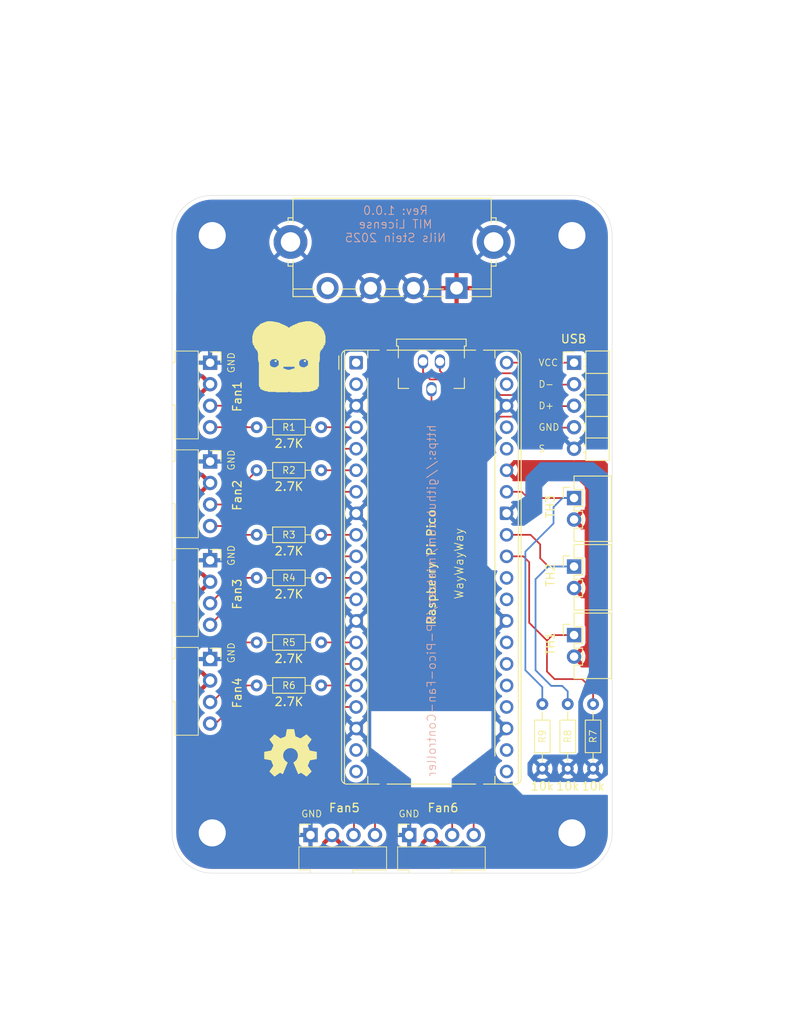
<source format=kicad_pcb>
(kicad_pcb (version 20241229) (generator "pcbnew") (generator_version "9.0")
  (layers (0 "F.Cu" signal) (2 "B.Cu" signal) (13 "F.Paste" user) (15 "B.Paste" user) (5 "F.SilkS" user "F.Silkscreen") (7 "B.SilkS" user "B.Silkscreen") (1 "F.Mask" user) (3 "B.Mask" user) (25 "Edge.Cuts" user))
  (net 0 "")
  (net 3 "GND")
  (net 14 "+12V")
  (net 15 "Net-(Fan1-Tacho)")
  (net 16 "Net-(Fan2-Tacho)")
  (net 17 "Net-(Fan3-Tacho)")
  (net 18 "Net-(Fan4-Tacho)")
  (net 19 "Net-(Fan5-Tacho)")
  (net 20 "Net-(Fan6-Tacho)")
  (net 21 "PWM_FAN2")
  (net 22 "RPM_FAN2")
  (net 23 "PWM_FAN5")
  (net 24 "PWM_FAN1")
  (net 25 "RPM_FAN3")
  (net 26 "ADC_1")
  (net 27 "RPM_FAN4")
  (net 28 "USB_DM")
  (net 29 "ADC_0")
  (net 30 "PWM_FAN6")
  (net 31 "USB_DP")
  (net 32 "ADC_GND")
  (net 33 "ADC_2")
  (net 34 "VBUS")
  (net 35 "RPM_FAN6")
  (net 36 "PWM_FAN4")
  (net 37 "PWM_FAN3")
  (net 38 "ADC_VREF")
  (net 39 "RPM_FAN1")
  (net 40 "USB_GND")
  (net 41 "RPM_FAN5")
  (footprint "MountingHole:MountingHole_3.2mm_M3_DIN965_Pad" (layer "F.Cu") (at 64.75 44.75)
    (property "Reference" "REF**" (hide yes))
    (property "Value" "MountingHole_3.2mm_M3_DIN965_Pad" (hide yes))
    (pad "1" thru_hole circle (at 0 0) (size 5.6 5.6) (drill 3.2) (layers "*.Cu" "*.Mask") (net 3 "GND"))
  )
  (footprint "Connector_PinHeader_2.54mm:PinHeader_1x02_P2.54mm_Horizontal" (layer "F.Cu") (at 107.5 91.905)
    (property "Reference" "TH1" (at -2.8 1 90) (layer "F.SilkS"))
    (property "Value" "10k" (hide yes))
    (pad "1" thru_hole rect (at 0 0) (size 1.7 1.7) (drill 1) (layers "*.Cu" "*.Mask") (net 29 "ADC_0"))
    (pad "2" thru_hole circle (at 0 2.54) (size 1.7 1.7) (drill 1) (layers "*.Cu" "*.Mask") (net 38 "ADC_VREF"))
  )
  (footprint "Connector_PinHeader_2.54mm:PinHeader_1x04_P2.54mm_Horizontal" (layer "F.Cu") (at 55.7 83.07)
    (property "Reference" "Fan3" (at 12 4 90) (layer "F.SilkS"))
    (property "Value" "Fan_4pin" (hide yes))
    (pad "1" thru_hole rect (at 8.8 0) (size 1.7 1.7) (drill 1) (layers "*.Cu" "*.Mask") (net 3 "GND"))
    (pad "2" thru_hole circle (at 8.8 2.54) (size 1.7 1.7) (drill 1) (layers "*.Cu" "*.Mask") (net 14 "+12V"))
    (pad "3" thru_hole circle (at 8.8 5.08) (size 1.7 1.7) (drill 1) (layers "*.Cu" "*.Mask") (net 17 "Net-(Fan3-Tacho)"))
    (pad "4" thru_hole circle (at 8.8 7.62) (size 1.7 1.7) (drill 1) (layers "*.Cu" "*.Mask") (net 37 "PWM_FAN3"))
  )
  (footprint "Connector:Joint-Tech_C5080WR-04P_1x04_P5.08mm_Vertical" (layer "F.Cu") (at 93.62 50.95 180)
    (property "Reference" "REF**" (hide yes))
    (property "Value" "Joint-Tech_C5080WR-04P_1x04_P5.08mm_Vertical" (hide yes))
    (pad "1" thru_hole rect (at 0 0) (size 2.6 2.55) (drill 1.52) (layers "*.Cu" "*.Mask") (net 14 "+12V"))
    (pad "2" thru_hole circle (at 5.08 0) (size 2.6 2.6) (drill 1.52) (layers "*.Cu" "*.Mask") (net 3 "GND"))
    (pad "3" thru_hole circle (at 10.16 0) (size 2.6 2.6) (drill 1.52) (layers "*.Cu" "*.Mask") (net 3 "GND"))
    (pad "4" thru_hole circle (at 15.24 0) (size 2.6 2.6) (drill 1.52) (layers "*.Cu" "*.Mask"))
    (pad "5" thru_hole circle (at -4.38 5.45) (size 4 4) (drill 2.3) (layers "*.Cu" "*.Mask") (net 3 "GND"))
    (pad "5" thru_hole circle (at 19.62 5.45) (size 4 4) (drill 2.3) (layers "*.Cu" "*.Mask") (net 3 "GND"))
  )
  (footprint "Resistor_THT:R_Axial_DIN0204_L3.6mm_D1.6mm_P7.62mm_Horizontal" (layer "F.Cu") (at 106.75 107.67 90)
    (property "Reference" "R8" (hide yes))
    (property "Value" "10k" (at -2.08 0 0) (layer "F.SilkS"))
    (fp_text user "${REFERENCE}" (at 3.81 0 90) (layer "F.SilkS") (effects (font (size 0.8 0.8) (thickness 0.108))))
    (pad "1" thru_hole circle (at 0 0 90) (size 1.4 1.4) (drill 0.7) (layers "*.Cu" "*.Mask") (net 32 "ADC_GND"))
    (pad "2" thru_hole circle (at 7.62 0 90) (size 1.4 1.4) (drill 0.7) (layers "*.Cu" "*.Mask") (net 26 "ADC_1"))
  )
  (footprint "Connector_PinHeader_2.54mm:PinHeader_1x04_P2.54mm_Horizontal" (layer "F.Cu") (at 55.7 71.41)
    (property "Reference" "Fan2" (at 12 4 90) (layer "F.SilkS"))
    (property "Value" "Fan_4pin" (hide yes))
    (pad "1" thru_hole rect (at 8.8 0) (size 1.7 1.7) (drill 1) (layers "*.Cu" "*.Mask") (net 3 "GND"))
    (pad "2" thru_hole circle (at 8.8 2.54) (size 1.7 1.7) (drill 1) (layers "*.Cu" "*.Mask") (net 14 "+12V"))
    (pad "3" thru_hole circle (at 8.8 5.08) (size 1.7 1.7) (drill 1) (layers "*.Cu" "*.Mask") (net 16 "Net-(Fan2-Tacho)"))
    (pad "4" thru_hole circle (at 8.8 7.62) (size 1.7 1.7) (drill 1) (layers "*.Cu" "*.Mask") (net 21 "PWM_FAN2"))
  )
  (footprint "Resistor_THT:R_Axial_DIN0204_L3.6mm_D1.6mm_P7.62mm_Horizontal" (layer "F.Cu") (at 70 80.07)
    (property "Reference" "R3" (hide yes))
    (property "Value" "2.7K" (at 3.81 1.92 0) (layer "F.SilkS"))
    (fp_text user "${REFERENCE}" (at 3.81 0 0) (layer "F.SilkS") (effects (font (size 0.8 0.8) (thickness 0.108))))
    (pad "1" thru_hole circle (at 0 0) (size 1.4 1.4) (drill 0.7) (layers "*.Cu" "*.Mask") (net 17 "Net-(Fan3-Tacho)"))
    (pad "2" thru_hole circle (at 7.62 0) (size 1.4 1.4) (drill 0.7) (layers "*.Cu" "*.Mask") (net 25 "RPM_FAN3"))
  )
  (footprint "Library:Toast_Invert" (layer "F.Cu") (at 73.75 59.25)
    (property "Reference" "G***" (hide yes))
    (property "Value" "Toast_Invert" (hide yes))
  )
  (footprint "" (layer "F.Cu") (at 91.64 59.6)
    (property "Reference" "" (at 0 0 0) (layer "F.SilkS") (effects (font (size 1.27 1.27))))
    (property "Value" "")
    (pad "" thru_hole oval (at 0.016932 0.02) (size 1.2 1.7) (drill 1) (layers "*.Cu" "*.Mask") (net 28 "USB_DM"))
  )
  (footprint "Resistor_THT:R_Axial_DIN0204_L3.6mm_D1.6mm_P7.62mm_Horizontal" (layer "F.Cu") (at 70 85.15)
    (property "Reference" "R4" (hide yes))
    (property "Value" "2.7K" (at 3.81 1.92 0) (layer "F.SilkS"))
    (fp_text user "${REFERENCE}" (at 3.81 0 0) (layer "F.SilkS") (effects (font (size 0.8 0.8) (thickness 0.108))))
    (pad "1" thru_hole circle (at 0 0) (size 1.4 1.4) (drill 0.7) (layers "*.Cu" "*.Mask") (net 18 "Net-(Fan4-Tacho)"))
    (pad "2" thru_hole circle (at 7.62 0) (size 1.4 1.4) (drill 0.7) (layers "*.Cu" "*.Mask") (net 27 "RPM_FAN4"))
  )
  (footprint "Resistor_THT:R_Axial_DIN0204_L3.6mm_D1.6mm_P7.62mm_Horizontal" (layer "F.Cu") (at 103.75 107.67 90)
    (property "Reference" "R9" (hide yes))
    (property "Value" "10k" (at -2.08 0 0) (layer "F.SilkS"))
    (fp_text user "${REFERENCE}" (at 3.81 0 90) (layer "F.SilkS") (effects (font (size 0.8 0.8) (thickness 0.108))))
    (pad "1" thru_hole circle (at 0 0 90) (size 1.4 1.4) (drill 0.7) (layers "*.Cu" "*.Mask") (net 32 "ADC_GND"))
    (pad "2" thru_hole circle (at 7.62 0 90) (size 1.4 1.4) (drill 0.7) (layers "*.Cu" "*.Mask") (net 33 "ADC_2"))
  )
  (footprint "MountingHole:MountingHole_3.2mm_M3_DIN965_Pad" (layer "F.Cu") (at 107.25 115.25)
    (property "Reference" "REF**" (hide yes))
    (property "Value" "MountingHole_3.2mm_M3_DIN965_Pad" (hide yes))
    (pad "1" thru_hole circle (at 0 0) (size 5.6 5.6) (drill 3.2) (layers "*.Cu" "*.Mask") (net 3 "GND"))
  )
  (footprint "Connector_PinHeader_2.54mm:PinHeader_1x02_P2.54mm_Horizontal" (layer "F.Cu") (at 107.5 83.815)
    (property "Reference" "TH2" (at -2.8 1 90) (layer "F.SilkS"))
    (property "Value" "10k" (hide yes))
    (pad "1" thru_hole rect (at 0 0) (size 1.7 1.7) (drill 1) (layers "*.Cu" "*.Mask") (net 26 "ADC_1"))
    (pad "2" thru_hole circle (at 0 2.54) (size 1.7 1.7) (drill 1) (layers "*.Cu" "*.Mask") (net 38 "ADC_VREF"))
  )
  (footprint "Resistor_THT:R_Axial_DIN0204_L3.6mm_D1.6mm_P7.62mm_Horizontal" (layer "F.Cu") (at 109.75 107.67 90)
    (property "Reference" "R7" (hide yes))
    (property "Value" "10k" (at -2.08 0 0) (layer "F.SilkS"))
    (fp_text user "${REFERENCE}" (at 3.81 0 90) (layer "F.SilkS") (effects (font (size 0.8 0.8) (thickness 0.108))))
    (pad "1" thru_hole circle (at 0 0 90) (size 1.4 1.4) (drill 0.7) (layers "*.Cu" "*.Mask") (net 32 "ADC_GND"))
    (pad "2" thru_hole circle (at 7.62 0 90) (size 1.4 1.4) (drill 0.7) (layers "*.Cu" "*.Mask") (net 29 "ADC_0"))
  )
  (footprint "" (layer "F.Cu") (at 89.64 59.6)
    (property "Reference" "" (at 0 0 0) (layer "F.SilkS") (effects (font (size 1.27 1.27))))
    (property "Value" "")
    (pad "" thru_hole oval (at 0.016932 0.01) (size 1.2 1.7) (drill 1) (layers "*.Cu" "*.Mask") (net 31 "USB_DP"))
  )
  (footprint "Resistor_THT:R_Axial_DIN0204_L3.6mm_D1.6mm_P7.62mm_Horizontal" (layer "F.Cu") (at 70 97.85)
    (property "Reference" "R6" (hide yes))
    (property "Value" "2.7K" (at 3.81 1.92 0) (layer "F.SilkS"))
    (fp_text user "${REFERENCE}" (at 3.81 0 0) (layer "F.SilkS") (effects (font (size 0.8 0.8) (thickness 0.108))))
    (pad "1" thru_hole circle (at 0 0) (size 1.4 1.4) (drill 0.7) (layers "*.Cu" "*.Mask") (net 20 "Net-(Fan6-Tacho)"))
    (pad "2" thru_hole circle (at 7.62 0) (size 1.4 1.4) (drill 0.7) (layers "*.Cu" "*.Mask") (net 35 "RPM_FAN6"))
  )
  (footprint "Connector_PinHeader_2.54mm:PinHeader_1x05_P2.54mm_Horizontal" (layer "F.Cu") (at 107.5 59.75)
    (property "Reference" "J1" (hide yes))
    (property "Value" "USB" (at -0.05 -2.8 0) (layer "F.SilkS"))
    (pad "1" thru_hole rect (at 0 0) (size 1.7 1.7) (drill 1) (layers "*.Cu" "*.Mask") (net 34 "VBUS"))
    (pad "2" thru_hole circle (at 0 2.54) (size 1.7 1.7) (drill 1) (layers "*.Cu" "*.Mask") (net 28 "USB_DM"))
    (pad "3" thru_hole circle (at 0 5.08) (size 1.7 1.7) (drill 1) (layers "*.Cu" "*.Mask") (net 31 "USB_DP"))
    (pad "4" thru_hole circle (at 0 7.62) (size 1.7 1.7) (drill 1) (layers "*.Cu" "*.Mask") (net 40 "USB_GND"))
    (pad "5" thru_hole circle (at 0 10.16) (size 1.7 1.7) (drill 1) (layers "*.Cu" "*.Mask") (net 3 "GND"))
  )
  (footprint "" (layer "F.Cu") (at 90.64 62.88)
    (property "Reference" "" (at 0 0 0) (layer "F.SilkS") (effects (font (size 1.27 1.27))))
    (property "Value" "")
    (pad "" thru_hole oval (at 0.016932 0) (size 1.2 1.7) (drill 1) (layers "*.Cu" "*.Mask") (net 40 "USB_GND"))
  )
  (footprint "MountingHole:MountingHole_3.2mm_M3_DIN965_Pad" (layer "F.Cu") (at 107.25 44.75)
    (property "Reference" "REF**" (hide yes))
    (property "Value" "MountingHole_3.2mm_M3_DIN965_Pad" (hide yes))
    (pad "1" thru_hole circle (at 0 0) (size 5.6 5.6) (drill 3.2) (layers "*.Cu" "*.Mask") (net 3 "GND"))
  )
  (footprint "Connector_PinHeader_2.54mm:PinHeader_1x04_P2.54mm_Horizontal" (layer "F.Cu") (at 55.7 59.75)
    (property "Reference" "Fan1" (at 12 4 90) (layer "F.SilkS"))
    (property "Value" "Fan_4pin" (hide yes))
    (pad "1" thru_hole rect (at 8.8 0) (size 1.7 1.7) (drill 1) (layers "*.Cu" "*.Mask") (net 3 "GND"))
    (pad "2" thru_hole circle (at 8.8 2.54) (size 1.7 1.7) (drill 1) (layers "*.Cu" "*.Mask") (net 14 "+12V"))
    (pad "3" thru_hole circle (at 8.8 5.08) (size 1.7 1.7) (drill 1) (layers "*.Cu" "*.Mask") (net 15 "Net-(Fan1-Tacho)"))
    (pad "4" thru_hole circle (at 8.8 7.62) (size 1.7 1.7) (drill 1) (layers "*.Cu" "*.Mask") (net 24 "PWM_FAN1"))
  )
  (footprint "Resistor_THT:R_Axial_DIN0204_L3.6mm_D1.6mm_P7.62mm_Horizontal" (layer "F.Cu") (at 70 67.37)
    (property "Reference" "R1" (hide yes))
    (property "Value" "2.7K" (at 3.81 1.92 0) (layer "F.SilkS"))
    (fp_text user "${REFERENCE}" (at 3.81 0 0) (layer "F.SilkS") (effects (font (size 0.8 0.8) (thickness 0.108))))
    (pad "1" thru_hole circle (at 0 0) (size 1.4 1.4) (drill 0.7) (layers "*.Cu" "*.Mask") (net 15 "Net-(Fan1-Tacho)"))
    (pad "2" thru_hole circle (at 7.62 0) (size 1.4 1.4) (drill 0.7) (layers "*.Cu" "*.Mask") (net 39 "RPM_FAN1"))
  )
  (footprint "Resistor_THT:R_Axial_DIN0204_L3.6mm_D1.6mm_P7.62mm_Horizontal" (layer "F.Cu") (at 70 92.77)
    (property "Reference" "R5" (hide yes))
    (property "Value" "2.7K" (at 3.81 1.92 0) (layer "F.SilkS"))
    (fp_text user "${REFERENCE}" (at 3.81 0 0) (layer "F.SilkS") (effects (font (size 0.8 0.8) (thickness 0.108))))
    (pad "1" thru_hole circle (at 0 0) (size 1.4 1.4) (drill 0.7) (layers "*.Cu" "*.Mask") (net 19 "Net-(Fan5-Tacho)"))
    (pad "2" thru_hole circle (at 7.62 0) (size 1.4 1.4) (drill 0.7) (layers "*.Cu" "*.Mask") (net 41 "RPM_FAN5"))
  )
  (footprint "Connector_PinHeader_2.54mm:PinHeader_1x04_P2.54mm_Horizontal" (layer "F.Cu") (at 88.02 124.3 90)
    (property "Reference" "Fan6" (at 12 4 0) (layer "F.SilkS"))
    (property "Value" "Fan_4pin" (hide yes))
    (pad "1" thru_hole rect (at 8.8 0 90) (size 1.7 1.7) (drill 1) (layers "*.Cu" "*.Mask") (net 3 "GND"))
    (pad "2" thru_hole circle (at 8.8 2.54 90) (size 1.7 1.7) (drill 1) (layers "*.Cu" "*.Mask") (net 14 "+12V"))
    (pad "3" thru_hole circle (at 8.8 5.08 90) (size 1.7 1.7) (drill 1) (layers "*.Cu" "*.Mask") (net 20 "Net-(Fan6-Tacho)"))
    (pad "4" thru_hole circle (at 8.8 7.62 90) (size 1.7 1.7) (drill 1) (layers "*.Cu" "*.Mask") (net 30 "PWM_FAN6"))
  )
  (footprint "Connector_PinHeader_2.54mm:PinHeader_1x02_P2.54mm_Horizontal" (layer "F.Cu") (at 107.5 75.725)
    (property "Reference" "TH3" (at -2.8 1 90) (layer "F.SilkS"))
    (property "Value" "10k" (hide yes))
    (pad "1" thru_hole rect (at 0 0) (size 1.7 1.7) (drill 1) (layers "*.Cu" "*.Mask") (net 33 "ADC_2"))
    (pad "2" thru_hole circle (at 0 2.54) (size 1.7 1.7) (drill 1) (layers "*.Cu" "*.Mask") (net 38 "ADC_VREF"))
  )
  (footprint "Module:RaspberryPi_Pico_Common_THT" (layer "F.Cu") (at 81.75 59.75)
    (property "Reference" "A1" (hide yes))
    (property "Value" "RaspberryPi_Pico" (hide yes))
    (fp_text user "Raspberry Pi Pico" (at 8.89 24.13 90) (layer "F.SilkS"))
    (pad "1" thru_hole roundrect (at 0 0) (size 1.6 1.6) (drill 1) (layers "*.Cu" "*.Mask") (roundrect_rratio 0.125))
    (pad "2" thru_hole circle (at 0 2.54) (size 1.6 1.6) (drill 1) (layers "*.Cu" "*.Mask"))
    (pad "3" thru_hole custom (at 0 5.08) (size 1.6 1.6) (drill 1) (layers "*.Cu" "*.Mask") (net 3 "GND") (options (clearance outline) (anchor circle)) (primitives (gr_poly (pts (xy 0.8 0.6) (xy 0.8 -0.6) (xy 0.6 -0.8) (xy 0 -0.8) (xy 0 0.8) (xy 0.6 0.8)) (width 0) (fill yes)) (gr_circle (center 0.6 0.6) (end 0.8 0.6) (width 0) (fill yes)) (gr_circle (center 0.6 -0.6) (end 0.8 -0.6) (width 0) (fill yes))))
    (pad "4" thru_hole circle (at 0 7.62) (size 1.6 1.6) (drill 1) (layers "*.Cu" "*.Mask") (net 39 "RPM_FAN1"))
    (pad "5" thru_hole circle (at 0 10.16) (size 1.6 1.6) (drill 1) (layers "*.Cu" "*.Mask") (net 24 "PWM_FAN1"))
    (pad "6" thru_hole circle (at 0 12.7) (size 1.6 1.6) (drill 1) (layers "*.Cu" "*.Mask") (net 22 "RPM_FAN2"))
    (pad "7" thru_hole circle (at 0 15.24) (size 1.6 1.6) (drill 1) (layers "*.Cu" "*.Mask") (net 21 "PWM_FAN2"))
    (pad "8" thru_hole custom (at 0 17.78) (size 1.6 1.6) (drill 1) (layers "*.Cu" "*.Mask") (net 3 "GND") (options (clearance outline) (anchor circle)) (primitives (gr_poly (pts (xy 0.8 0.6) (xy 0.8 -0.6) (xy 0.6 -0.8) (xy 0 -0.8) (xy 0 0.8) (xy 0.6 0.8)) (width 0) (fill yes)) (gr_circle (center 0.6 0.6) (end 0.8 0.6) (width 0) (fill yes)) (gr_circle (center 0.6 -0.6) (end 0.8 -0.6) (width 0) (fill yes))))
    (pad "9" thru_hole circle (at 0 20.32) (size 1.6 1.6) (drill 1) (layers "*.Cu" "*.Mask") (net 25 "RPM_FAN3"))
    (pad "10" thru_hole circle (at 0 22.86) (size 1.6 1.6) (drill 1) (layers "*.Cu" "*.Mask") (net 37 "PWM_FAN3"))
    (pad "11" thru_hole circle (at 0 25.4) (size 1.6 1.6) (drill 1) (layers "*.Cu" "*.Mask") (net 27 "RPM_FAN4"))
    (pad "12" thru_hole circle (at 0 27.94) (size 1.6 1.6) (drill 1) (layers "*.Cu" "*.Mask") (net 36 "PWM_FAN4"))
    (pad "13" thru_hole custom (at 0 30.48) (size 1.6 1.6) (drill 1) (layers "*.Cu" "*.Mask") (net 3 "GND") (options (clearance outline) (anchor circle)) (primitives (gr_poly (pts (xy 0.8 0.6) (xy 0.8 -0.6) (xy 0.6 -0.8) (xy 0 -0.8) (xy 0 0.8) (xy 0.6 0.8)) (width 0) (fill yes)) (gr_circle (center 0.6 0.6) (end 0.8 0.6) (width 0) (fill yes)) (gr_circle (center 0.6 -0.6) (end 0.8 -0.6) (width 0) (fill yes))))
    (pad "14" thru_hole circle (at 0 33.02) (size 1.6 1.6) (drill 1) (layers "*.Cu" "*.Mask") (net 41 "RPM_FAN5"))
    (pad "15" thru_hole circle (at 0 35.56) (size 1.6 1.6) (drill 1) (layers "*.Cu" "*.Mask") (net 23 "PWM_FAN5"))
    (pad "16" thru_hole circle (at 0 38.1) (size 1.6 1.6) (drill 1) (layers "*.Cu" "*.Mask") (net 35 "RPM_FAN6"))
    (pad "17" thru_hole circle (at 0 40.64) (size 1.6 1.6) (drill 1) (layers "*.Cu" "*.Mask") (net 30 "PWM_FAN6"))
    (pad "18" thru_hole custom (at 0 43.18) (size 1.6 1.6) (drill 1) (layers "*.Cu" "*.Mask") (net 3 "GND") (options (clearance outline) (anchor circle)) (primitives (gr_poly (pts (xy 0.8 0.6) (xy 0.8 -0.6) (xy 0.6 -0.8) (xy 0 -0.8) (xy 0 0.8) (xy 0.6 0.8)) (width 0) (fill yes)) (gr_circle (center 0.6 0.6) (end 0.8 0.6) (width 0) (fill yes)) (gr_circle (center 0.6 -0.6) (end 0.8 -0.6) (width 0) (fill yes))))
    (pad "19" thru_hole circle (at 0 45.72) (size 1.6 1.6) (drill 1) (layers "*.Cu" "*.Mask"))
    (pad "20" thru_hole circle (at 0 48.26) (size 1.6 1.6) (drill 1) (layers "*.Cu" "*.Mask"))
    (pad "21" thru_hole circle (at 17.78 48.26) (size 1.6 1.6) (drill 1) (layers "*.Cu" "*.Mask"))
    (pad "22" thru_hole circle (at 17.78 45.72) (size 1.6 1.6) (drill 1) (layers "*.Cu" "*.Mask"))
    (pad "23" thru_hole custom (at 17.78 43.18) (size 1.6 1.6) (drill 1) (layers "*.Cu" "*.Mask") (net 3 "GND") (options (clearance outline) (anchor circle)) (primitives (gr_poly (pts (xy -0.8 0.6) (xy -0.8 -0.6) (xy -0.6 -0.8) (xy 0 -0.8) (xy 0 0.8) (xy -0.6 0.8)) (width 0) (fill yes)) (gr_circle (center -0.6 0.6) (end -0.4 0.6) (width 0) (fill yes)) (gr_circle (center -0.6 -0.6) (end -0.4 -0.6) (width 0) (fill yes))))
    (pad "24" thru_hole circle (at 17.78 40.64) (size 1.6 1.6) (drill 1) (layers "*.Cu" "*.Mask"))
    (pad "25" thru_hole circle (at 17.78 38.1) (size 1.6 1.6) (drill 1) (layers "*.Cu" "*.Mask"))
    (pad "26" thru_hole circle (at 17.78 35.56) (size 1.6 1.6) (drill 1) (layers "*.Cu" "*.Mask"))
    (pad "27" thru_hole circle (at 17.78 33.02) (size 1.6 1.6) (drill 1) (layers "*.Cu" "*.Mask"))
    (pad "28" thru_hole custom (at 17.78 30.48) (size 1.6 1.6) (drill 1) (layers "*.Cu" "*.Mask") (net 3 "GND") (options (clearance outline) (anchor circle)) (primitives (gr_poly (pts (xy -0.8 0.6) (xy -0.8 -0.6) (xy -0.6 -0.8) (xy 0 -0.8) (xy 0 0.8) (xy -0.6 0.8)) (width 0) (fill yes)) (gr_circle (center -0.6 0.6) (end -0.4 0.6) (width 0) (fill yes)) (gr_circle (center -0.6 -0.6) (end -0.4 -0.6) (width 0) (fill yes))))
    (pad "29" thru_hole circle (at 17.78 27.94) (size 1.6 1.6) (drill 1) (layers "*.Cu" "*.Mask"))
    (pad "30" thru_hole circle (at 17.78 25.4) (size 1.6 1.6) (drill 1) (layers "*.Cu" "*.Mask"))
    (pad "31" thru_hole circle (at 17.78 22.86) (size 1.6 1.6) (drill 1) (layers "*.Cu" "*.Mask") (net 29 "ADC_0"))
    (pad "32" thru_hole circle (at 17.78 20.32) (size 1.6 1.6) (drill 1) (layers "*.Cu" "*.Mask") (net 26 "ADC_1"))
    (pad "33" thru_hole custom (at 17.78 17.78) (size 1.6 1.6) (drill 1) (layers "*.Cu" "*.Mask") (net 32 "ADC_GND") (options (clearance outline) (anchor circle)) (primitives (gr_poly (pts (xy -0.8 0.6) (xy -0.8 -0.6) (xy -0.6 -0.8) (xy 0 -0.8) (xy 0 0.8) (xy -0.6 0.8)) (width 0) (fill yes)) (gr_circle (center -0.6 0.6) (end -0.4 0.6) (width 0) (fill yes)) (gr_circle (center -0.6 -0.6) (end -0.4 -0.6) (width 0) (fill yes))))
    (pad "34" thru_hole circle (at 17.78 15.24) (size 1.6 1.6) (drill 1) (layers "*.Cu" "*.Mask") (net 33 "ADC_2"))
    (pad "35" thru_hole circle (at 17.78 12.7) (size 1.6 1.6) (drill 1) (layers "*.Cu" "*.Mask") (net 38 "ADC_VREF"))
    (pad "36" thru_hole circle (at 17.78 10.16) (size 1.6 1.6) (drill 1) (layers "*.Cu" "*.Mask"))
    (pad "37" thru_hole circle (at 17.78 7.62) (size 1.6 1.6) (drill 1) (layers "*.Cu" "*.Mask"))
    (pad "38" thru_hole custom (at 17.78 5.08) (size 1.6 1.6) (drill 1) (layers "*.Cu" "*.Mask") (net 3 "GND") (options (clearance outline) (anchor circle)) (primitives (gr_poly (pts (xy -0.8 0.6) (xy -0.8 -0.6) (xy -0.6 -0.8) (xy 0 -0.8) (xy 0 0.8) (xy -0.6 0.8)) (width 0) (fill yes)) (gr_circle (center -0.6 0.6) (end -0.4 0.6) (width 0) (fill yes)) (gr_circle (center -0.6 -0.6) (end -0.4 -0.6) (width 0) (fill yes))))
    (pad "39" thru_hole circle (at 17.78 2.54) (size 1.6 1.6) (drill 1) (layers "*.Cu" "*.Mask"))
    (pad "40" thru_hole circle (at 17.78 0) (size 1.6 1.6) (drill 1) (layers "*.Cu" "*.Mask") (net 34 "VBUS"))
    (zone (net 0) (net_name "") (layers "F.Cu" "B.Cu" "F.Paste" "B.Paste") (name "Antenna Copper Keep Out") (connect_pads (clearance 0)) (min_thickness 0.254)
      (keepout (tracks not_allowed) (vias not_allowed) (pads not_allowed) (copperpour not_allowed) (footprints allowed))
      (fill (thermal_gap 0.508) (thermal_bridge_width 0.508))
      (polygon (pts (xy 88.24 108.869895) (xy 83.54 105.219895) (xy 83.54 100.88) (xy 97.74 100.88) (xy 97.74 105.219895) (xy 93.04 108.869895) (xy 93.04 109.88) (xy 88.24 109.88)))
    )
  )
  (footprint "Connector_PinHeader_2.54mm:PinHeader_1x04_P2.54mm_Horizontal" (layer "F.Cu") (at 76.36 124.3 90)
    (property "Reference" "Fan5" (at 12 4 0) (layer "F.SilkS"))
    (property "Value" "Fan_4pin" (hide yes))
    (pad "1" thru_hole rect (at 8.8 0 90) (size 1.7 1.7) (drill 1) (layers "*.Cu" "*.Mask") (net 3 "GND"))
    (pad "2" thru_hole circle (at 8.8 2.54 90) (size 1.7 1.7) (drill 1) (layers "*.Cu" "*.Mask") (net 14 "+12V"))
    (pad "3" thru_hole circle (at 8.8 5.08 90) (size 1.7 1.7) (drill 1) (layers "*.Cu" "*.Mask") (net 19 "Net-(Fan5-Tacho)"))
    (pad "4" thru_hole circle (at 8.8 7.62 90) (size 1.7 1.7) (drill 1) (layers "*.Cu" "*.Mask") (net 23 "PWM_FAN5"))
  )
  (footprint "Connector_PinHeader_2.54mm:PinHeader_1x04_P2.54mm_Horizontal" (layer "F.Cu") (at 55.7 94.73)
    (property "Reference" "Fan4" (at 12 4 90) (layer "F.SilkS"))
    (property "Value" "Fan_4pin" (hide yes))
    (pad "1" thru_hole rect (at 8.8 0) (size 1.7 1.7) (drill 1) (layers "*.Cu" "*.Mask") (net 3 "GND"))
    (pad "2" thru_hole circle (at 8.8 2.54) (size 1.7 1.7) (drill 1) (layers "*.Cu" "*.Mask") (net 14 "+12V"))
    (pad "3" thru_hole circle (at 8.8 5.08) (size 1.7 1.7) (drill 1) (layers "*.Cu" "*.Mask") (net 18 "Net-(Fan4-Tacho)"))
    (pad "4" thru_hole circle (at 8.8 7.62) (size 1.7 1.7) (drill 1) (layers "*.Cu" "*.Mask") (net 36 "PWM_FAN4"))
  )
  (footprint "Resistor_THT:R_Axial_DIN0204_L3.6mm_D1.6mm_P7.62mm_Horizontal" (layer "F.Cu") (at 70 72.45)
    (property "Reference" "R2" (hide yes))
    (property "Value" "2.7K" (at 3.81 1.92 0) (layer "F.SilkS"))
    (fp_text user "${REFERENCE}" (at 3.81 0 0) (layer "F.SilkS") (effects (font (size 0.8 0.8) (thickness 0.108))))
    (pad "1" thru_hole circle (at 0 0) (size 1.4 1.4) (drill 0.7) (layers "*.Cu" "*.Mask") (net 16 "Net-(Fan2-Tacho)"))
    (pad "2" thru_hole circle (at 7.62 0) (size 1.4 1.4) (drill 0.7) (layers "*.Cu" "*.Mask") (net 22 "RPM_FAN2"))
  )
  (footprint "Library:LOGO" (layer "F.Cu") (at 74 106)
    (property "Reference" "G***" (hide yes))
    (property "Value" "LOGO" (hide yes))
  )
  (footprint "MountingHole:MountingHole_3.2mm_M3_DIN965_Pad" (layer "F.Cu") (at 64.75 115.25)
    (property "Reference" "REF**" (hide yes))
    (property "Value" "" (hide yes))
    (pad "1" thru_hole circle (at 0 0) (size 5.6 5.6) (drill 3.2) (layers "*.Cu" "*.Mask") (net 3 "GND"))
  )
  (gr_line (start 64.75 40) (end 107.25 40) (stroke (width 0.05)) (layer "Edge.Cuts"))
  (gr_arc (start 107.25 40) (mid 110.608757 41.391243) (end 112 44.75) (stroke (width 0.05)) (layer "Edge.Cuts"))
  (gr_line (start 112 115.25) (end 112 44.75) (stroke (width 0.05)) (layer "Edge.Cuts"))
  (gr_line (start 60 44.75) (end 60 115.25) (stroke (width 0.05)) (layer "Edge.Cuts"))
  (gr_arc (start 60 44.75) (mid 61.391243 41.391243) (end 64.75 40) (stroke (width 0.05)) (layer "Edge.Cuts"))
  (gr_arc (start 64.75 120) (mid 61.391243 118.608757) (end 60 115.25) (stroke (width 0.05)) (layer "Edge.Cuts"))
  (gr_arc (start 112 115.25) (mid 110.608757 118.608757) (end 107.25 120) (stroke (width 0.05)) (layer "Edge.Cuts"))
  (gr_line (start 64.75 120) (end 107.25 120) (stroke (width 0.05)) (layer "Edge.Cuts"))
  (gr_text "GND" (at 103.25 67.37 0) (layer "F.SilkS") (effects (font (size 0.8 0.8) (thickness 0.1)) (justify left)))
  (gr_text "VCC" (at 103.25 59.75 0) (layer "F.SilkS") (effects (font (size 0.8 0.8) (thickness 0.1)) (justify left)))
  (gr_text "D+" (at 103.25 64.83 0) (layer "F.SilkS") (effects (font (size 0.8 0.8) (thickness 0.1)) (justify left)))
  (gr_text "GND" (at 67 71.25 90) (layer "F.SilkS") (effects (font (size 0.8 0.8) (thickness 0.1))))
  (gr_text "GND" (at 67 82.5 90) (layer "F.SilkS") (effects (font (size 0.8 0.8) (thickness 0.1))))
  (gr_text "GND" (at 67 59.75 90) (layer "F.SilkS") (effects (font (size 0.8 0.8) (thickness 0.1))))
  (gr_text "GND" (at 88 113 0) (layer "F.SilkS") (effects (font (size 0.8 0.8) (thickness 0.1))))
  (gr_text "S" (at 103.25 69.91 0) (layer "F.SilkS") (effects (font (size 0.8 0.8) (thickness 0.1)) (justify left)))
  (gr_text "WayWayWay" (at 94.5 87.75 90) (layer "F.SilkS") (effects (font (size 1 1) (thickness 0.1)) (justify left bottom)))
  (gr_text "GND" (at 76.5 113 0) (layer "F.SilkS") (effects (font (size 0.8 0.8) (thickness 0.1))))
  (gr_text "D-" (at 103.25 62.29 0) (layer "F.SilkS") (effects (font (size 0.8 0.8) (thickness 0.1)) (justify left)))
  (gr_text "GND" (at 67 94 90) (layer "F.SilkS") (effects (font (size 0.8 0.8) (thickness 0.1))))
  (gr_text "Rev: 1.0.0\nMIT License\nNils Stein 2025" (at 86.4 45.6 0) (layer "B.SilkS") (effects (font (size 1 1) (thickness 0.1)) (justify bottom mirror)))
  (gr_text "https://github.com/mietzen/RP-Pico-Fan-Controller" (at 91.25 67 90) (layer "B.SilkS") (effects (font (size 1 1) (thickness 0.1)) (justify left bottom mirror)))
  (segment (start 70 67.37) (end 68.87 67.37) (width 0.2) (layer "F.Cu") (net 15))
  (segment (start 68.87 67.37) (end 66.33 64.83) (width 0.2) (layer "F.Cu") (net 15))
  (segment (start 66.33 64.83) (end 64.5 64.83) (width 0.2) (layer "F.Cu") (net 15))
  (segment (start 70 72.45) (end 70 72.5) (width 0.2) (layer "F.Cu") (net 16))
  (segment (start 70 72.5) (end 66.01 76.49) (width 0.2) (layer "F.Cu") (net 16))
  (segment (start 66.01 76.49) (end 64.75 76.49) (width 0.2) (layer "F.Cu") (net 16))
  (segment (start 66.5 86.15) (end 65 87.65) (width 0.2) (layer "F.Cu") (net 17))
  (segment (start 70 80.07) (end 68.43 80.07) (width 0.2) (layer "F.Cu") (net 17))
  (segment (start 68.43 80.07) (end 66.5 82) (width 0.2) (layer "F.Cu") (net 17))
  (segment (start 66.5 82) (end 66.5 86.15) (width 0.2) (layer "F.Cu") (net 17))
  (segment (start 66.599 89.5839) (end 66.599 97.951462) (width 0.2) (layer "F.Cu") (net 18))
  (segment (start 67.5 88.6829) (end 66.599 89.5839) (width 0.2) (layer "F.Cu") (net 18))
  (segment (start 66.599 97.951462) (end 64.995231 99.555231) (width 0.2) (layer "F.Cu") (net 18))
  (segment (start 67.5 85.75) (end 67.5 88.6829) (width 0.2) (layer "F.Cu") (net 18))
  (segment (start 70 85.15) (end 68.1 85.15) (width 0.2) (layer "F.Cu") (net 18))
  (segment (start 68.1 85.15) (end 67.5 85.75) (width 0.2) (layer "F.Cu") (net 18))
  (segment (start 67.401 94.099) (end 67.401 109.9681) (width 0.2) (layer "F.Cu") (net 19))
  (segment (start 70 92.77) (end 68.77 92.77) (width 0.2) (layer "F.Cu") (net 19))
  (segment (start 70.4329 113) (end 81 113) (width 0.2) (layer "F.Cu") (net 19))
  (segment (start 68.77 92.77) (end 68.75 92.75) (width 0.2) (layer "F.Cu") (net 19))
  (segment (start 68.75 92.75) (end 67.401 94.099) (width 0.2) (layer "F.Cu") (net 19))
  (segment (start 81.5 113.5) (end 81.5 115.435) (width 0.2) (layer "F.Cu") (net 19))
  (segment (start 67.401 109.9681) (end 70.4329 113) (width 0.2) (layer "F.Cu") (net 19))
  (segment (start 81 113) (end 81.5 113.5) (width 0.2) (layer "F.Cu") (net 19))
  (segment (start 91.5 112) (end 70.5671 112) (width 0.2) (layer "F.Cu") (net 20))
  (segment (start 93.1 113.6) (end 91.5 112) (width 0.2) (layer "F.Cu") (net 20))
  (segment (start 68.853 97.85) (end 70 97.85) (width 0.2) (layer "F.Cu") (net 20))
  (segment (start 68.203 98.5) (end 68.853 97.85) (width 0.2) (layer "F.Cu") (net 20))
  (segment (start 93.1 115.375) (end 93.1 113.6) (width 0.2) (layer "F.Cu") (net 20))
  (segment (start 70.5671 112) (end 68.203 109.6359) (width 0.2) (layer "F.Cu") (net 20))
  (segment (start 68.203 109.6359) (end 68.203 98.5) (width 0.2) (layer "F.Cu") (net 20))
  (segment (start 81.727463 74.99) (end 70.01 74.99) (width 0.2) (layer "F.Cu") (net 21))
  (segment (start 70.01 74.99) (end 65.97 79.03) (width 0.2) (layer "F.Cu") (net 21))
  (segment (start 65.97 79.03) (end 64.75 79.03) (width 0.2) (layer "F.Cu") (net 21))
  (segment (start 77.62 72.45) (end 81.727463 72.45) (width 0.2) (layer "F.Cu") (net 22))
  (segment (start 81.724388 72.453075) (end 81.727463 72.45) (width 0.2) (layer "F.Cu") (net 22))
  (segment (start 83.98 113.48) (end 83.98 115.375) (width 0.2) (layer "F.Cu") (net 23))
  (segment (start 67.802 109.802) (end 70.5 112.5) (width 0.2) (layer "F.Cu") (net 23))
  (segment (start 83 112.5) (end 83.98 113.48) (width 0.2) (layer "F.Cu") (net 23))
  (segment (start 81.727463 95.31) (end 68.242 95.31) (width 0.2) (layer "F.Cu") (net 23))
  (segment (start 67.802 95.75) (end 67.802 109.802) (width 0.2) (layer "F.Cu") (net 23))
  (segment (start 70.5 112.5) (end 83 112.5) (width 0.2) (layer "F.Cu") (net 23))
  (segment (start 68.242 95.31) (end 67.802 95.75) (width 0.2) (layer "F.Cu") (net 23))
  (segment (start 68.920444 69.91) (end 66.380444 67.37) (width 0.2) (layer "F.Cu") (net 24))
  (segment (start 66.380444 67.37) (end 64.5 67.37) (width 0.2) (layer "F.Cu") (net 24))
  (segment (start 81.727463 69.91) (end 68.920444 69.91) (width 0.2) (layer "F.Cu") (net 24))
  (segment (start 77.62 80.07) (end 81.727463 80.07) (width 0.2) (layer "F.Cu") (net 25))
  (segment (start 103.5 81.2) (end 103.5 82.83) (width 0.2) (layer "F.Cu") (net 26))
  (segment (start 99.507463 80.07) (end 102.37 80.07) (width 0.2) (layer "F.Cu") (net 26))
  (segment (start 103.5 82.83) (end 104.485 83.815) (width 0.2) (layer "F.Cu") (net 26))
  (segment (start 104.485 83.815) (end 107.5 83.815) (width 0.2) (layer "F.Cu") (net 26))
  (segment (start 102.37 80.07) (end 103.5 81.2) (width 0.2) (layer "F.Cu") (net 26))
  (segment (start 106.1 97.9) (end 104.8 97.9) (width 0.2) (layer "B.Cu") (net 26))
  (segment (start 104.8 97.9) (end 102.95 96.05) (width 0.2) (layer "B.Cu") (net 26))
  (segment (start 102.95 85.31) (end 104.445 83.815) (width 0.2) (layer "B.Cu") (net 26))
  (segment (start 102.95 96.05) (end 102.95 85.31) (width 0.2) (layer "B.Cu") (net 26))
  (segment (start 106.75 98.55) (end 106.1 97.9) (width 0.2) (layer "B.Cu") (net 26))
  (segment (start 106.75 99.8) (end 106.75 98.55) (width 0.2) (layer "B.Cu") (net 26))
  (segment (start 104.445 83.815) (end 107.5 83.815) (width 0.2) (layer "B.Cu") (net 26))
  (segment (start 77.62 85.15) (end 81.727463 85.15) (width 0.2) (layer "F.Cu") (net 27))
  (segment (start 96.664 60.724) (end 96.664 59.449178) (width 0.2) (layer "F.Cu") (net 28))
  (segment (start 103.24159 61) (end 96.94 61) (width 0.2) (layer "F.Cu") (net 28))
  (segment (start 95.540298 61) (end 91.94 61) (width 0.2) (layer "F.Cu") (net 28))
  (segment (start 95.974 59.449178) (end 95.974 60.724) (width 0.2) (layer "F.Cu") (net 28))
  (segment (start 96.388 59.173178) (end 96.25 59.173178) (width 0.2) (layer "F.Cu") (net 28))
  (segment (start 91.656932 60.716932) (end 91.656932 59.62) (width 0.2) (layer "F.Cu") (net 28))
  (segment (start 91.94 61) (end 91.656932 60.716932) (width 0.2) (layer "F.Cu") (net 28))
  (segment (start 104.58159 62.34) (end 103.24159 61) (width 0.2) (layer "F.Cu") (net 28))
  (segment (start 107.55 62.34) (end 104.58159 62.34) (width 0.2) (layer "F.Cu") (net 28))
  (segment (start 95.698 61) (end 95.56 61) (width 0.2) (layer "F.Cu") (net 28))
  (segment (start 95.56 61) (end 95.540298 61) (width 0.2) (layer "F.Cu") (net 28))
  (arc (start 96.25 59.173178) (mid 96.054839 59.254017) (end 95.974 59.449178) (width 0.2) (layer "F.Cu") (net 28))
  (arc (start 95.974 60.724) (mid 95.893161 60.919161) (end 95.698 61) (width 0.2) (layer "F.Cu") (net 28))
  (arc (start 96.664 59.449178) (mid 96.583161 59.254017) (end 96.388 59.173178) (width 0.2) (layer "F.Cu") (net 28))
  (arc (start 96.94 61) (mid 96.744839 60.919161) (end 96.664 60.724) (width 0.2) (layer "F.Cu") (net 28))
  (segment (start 102.2 90.45) (end 102.2 83.3) (width 0.2) (layer "F.Cu") (net 29))
  (segment (start 104.3 92.55) (end 104.945 91.905) (width 0.2) (layer "F.Cu") (net 29))
  (segment (start 104.3 92.55) (end 102.2 90.45) (width 0.2) (layer "F.Cu") (net 29))
  (segment (start 104.945 91.905) (end 107.32 91.905) (width 0.2) (layer "F.Cu") (net 29))
  (segment (start 109.75 99.65) (end 109.75 98.4) (width 0.2) (layer "F.Cu") (net 29))
  (segment (start 104.3 96.2) (end 104.3 92.55) (width 0.2) (layer "F.Cu") (net 29))
  (segment (start 105.2 97.1) (end 104.3 96.2) (width 0.2) (layer "F.Cu") (net 29))
  (segment (start 102.2 83.3) (end 101.51 82.61) (width 0.2) (layer "F.Cu") (net 29))
  (segment (start 108.45 97.1) (end 105.2 97.1) (width 0.2) (layer "F.Cu") (net 29))
  (segment (start 101.51 82.61) (end 99.507463 82.61) (width 0.2) (layer "F.Cu") (net 29))
  (segment (start 109.75 98.4) (end 108.45 97.1) (width 0.2) (layer "F.Cu") (net 29))
  (segment (start 68.604 102) (end 70.214 100.39) (width 0.2) (layer "F.Cu") (net 30))
  (segment (start 95.64 115.375) (end 95.64 113.64) (width 0.2) (layer "F.Cu") (net 30))
  (segment (start 70.6342 111.5) (end 68.604 109.4698) (width 0.2) (layer "F.Cu") (net 30))
  (segment (start 70.214 100.39) (end 81.727463 100.39) (width 0.2) (layer "F.Cu") (net 30))
  (segment (start 95.64 113.64) (end 93.5 111.5) (width 0.2) (layer "F.Cu") (net 30))
  (segment (start 68.604 109.4698) (end 68.604 102) (width 0.2) (layer "F.Cu") (net 30))
  (segment (start 93.5 111.5) (end 70.6342 111.5) (width 0.2) (layer "F.Cu") (net 30))
  (segment (start 104.42 63.57) (end 105.73 64.88) (width 0.2) (layer "F.Cu") (net 31))
  (segment (start 89.75 59.75) (end 89.766932 59.75) (width 0.2) (layer "F.Cu") (net 31))
  (segment (start 94.479 61.729) (end 96.32 63.57) (width 0.2) (layer "F.Cu") (net 31))
  (segment (start 96.32 63.57) (end 104.42 63.57) (width 0.2) (layer "F.Cu") (net 31))
  (segment (start 90.499 61.729) (end 94.479 61.729) (width 0.2) (layer "F.Cu") (net 31))
  (segment (start 89.656932 60.886932) (end 90.499 61.729) (width 0.2) (layer "F.Cu") (net 31))
  (segment (start 105.73 64.88) (end 107.55 64.88) (width 0.2) (layer "F.Cu") (net 31))
  (segment (start 89.656932 59.61) (end 89.656932 60.886932) (width 0.2) (layer "F.Cu") (net 31))
  (segment (start 101.31666 74.99) (end 102.05166 75.725) (width 0.2) (layer "F.Cu") (net 33))
  (segment (start 99.507463 74.99) (end 101.31666 74.99) (width 0.2) (layer "F.Cu") (net 33))
  (segment (start 102.05166 75.725) (end 107.5 75.725) (width 0.2) (layer "F.Cu") (net 33))
  (segment (start 101.75 82.05) (end 105.075 78.725) (width 0.2) (layer "B.Cu") (net 33))
  (segment (start 105.075 78.725) (end 105.075 76.795) (width 0.2) (layer "B.Cu") (net 33))
  (segment (start 106.145 75.725) (end 107.5 75.725) (width 0.2) (layer "B.Cu") (net 33))
  (segment (start 105.075 76.795) (end 106.145 75.725) (width 0.2) (layer "B.Cu") (net 33))
  (segment (start 103.75 99.95) (end 103.75 98.05) (width 0.2) (layer "B.Cu") (net 33))
  (segment (start 101.75 96.05) (end 101.75 82.05) (width 0.2) (layer "B.Cu") (net 33))
  (segment (start 99.507463 74.990001) (end 99.507463 74.99) (width 0.2) (layer "B.Cu") (net 33))
  (segment (start 103.75 98.05) (end 101.75 96.05) (width 0.2) (layer "B.Cu") (net 33))
  (segment (start 99.507463 59.75) (end 107.5 59.75) (width 0.2) (layer "F.Cu") (net 34))
  (segment (start 77.62 97.85) (end 81.727463 97.85) (width 0.2) (layer "F.Cu") (net 35))
  (segment (start 81.537463 87.5) (end 69.25 87.5) (width 0.2) (layer "F.Cu") (net 36))
  (segment (start 67 100.5) (end 65.2 102.3) (width 0.2) (layer "F.Cu") (net 36))
  (segment (start 81.727463 87.69) (end 81.537463 87.5) (width 0.2) (layer "F.Cu") (net 36))
  (segment (start 69.25 87.5) (end 67 89.75) (width 0.2) (layer "F.Cu") (net 36))
  (segment (start 67 89.75) (end 67 100.5) (width 0.2) (layer "F.Cu") (net 36))
  (segment (start 65 90.19) (end 67 88.19) (width 0.2) (layer "F.Cu") (net 37))
  (segment (start 67 85) (end 69.39 82.61) (width 0.2) (layer "F.Cu") (net 37))
  (segment (start 67 88.19) (end 67 85) (width 0.2) (layer "F.Cu") (net 37))
  (segment (start 69.39 82.61) (end 81.727463 82.61) (width 0.2) (layer "F.Cu") (net 37))
  (segment (start 77.62 67.37) (end 81.727463 67.37) (width 0.2) (layer "F.Cu") (net 39))
  (segment (start 105.82 67.42) (end 107.55 67.42) (width 0.2) (layer "F.Cu") (net 40))
  (segment (start 90.656932 62.88) (end 90.656932 64.406932) (width 0.2) (layer "F.Cu") (net 40))
  (segment (start 90.656932 64.406932) (end 92.37 66.12) (width 0.2) (layer "F.Cu") (net 40))
  (segment (start 92.37 66.12) (end 104.52 66.12) (width 0.2) (layer "F.Cu") (net 40))
  (segment (start 104.52 66.12) (end 105.82 67.42) (width 0.2) (layer "F.Cu") (net 40))
  (segment (start 77.62 92.77) (end 81.727463 92.77) (width 0.2) (layer "F.Cu") (net 41))
  (zone (net 14) (net_name "+12V") (layer "F.Cu") (connect_pads (clearance 0.5)) (min_thickness 0.25) (fill yes (thermal_gap 0.5) (thermal_bridge_width 0.5))
    (polygon (pts (xy 60 51.866664) (xy 64.461538 48) (xy 95.0625 48) (xy 96.5 49.15) (xy 96.5 52.64875) (xy 95.031798 53.763851) (xy 64.506806 54.051822) (xy 63.289085 55.066589) (xy 63.25919 61.135493) (xy 64.75 61.135451) (xy 64.75 63.415128) (xy 63.247959 63.415122) (xy 63.201976 72.749757) (xy 64.75 72.749966) (xy 64.75 75.118361) (xy 63.190309 75.11811) (xy 63.144096 84.499472) (xy 64.75 84.5) (xy 64.75 86.75) (xy 63.133004 86.750662) (xy 63.08699 96.091594) (xy 64.75 96.091225) (xy 64.75 98.413308) (xy 63.075551 98.413635) (xy 63.034316 106.784316) (xy 73 116.75) (xy 77.75 116.75) (xy 77.75 115.25) (xy 80 115.25) (xy 80 116.75) (xy 89.403218 116.75) (xy 89.403218 115.25) (xy 91.75 115.25) (xy 91.75 120) (xy 60 120)))
  )
  (zone (net 38) (net_name "ADC_VREF") (layer "F.Cu") (priority 3) (connect_pads (clearance 0.5)) (min_thickness 0.25) (fill yes (thermal_gap 0.5) (thermal_bridge_width 0.5))
    (polygon (pts (xy 112 72.1925) (xy 111.0575 71.25) (xy 99.96875 71.25) (xy 99.5 71.71875) (xy 99.5 73.125) (xy 100.125 73.75) (xy 108.114038 73.75) (xy 108.75 74.351273) (xy 108.75 77.12) (xy 107.5 77.12) (xy 107.5 79.43) (xy 108.75 79.43) (xy 108.75 84) (xy 108.75 85.14) (xy 107.25 85.14) (xy 107.25 87.56) (xy 108.75 87.56) (xy 108.75 93.17) (xy 107.25 93.17) (xy 107.25 95.375) (xy 107.605 95.73) (xy 110.30125 95.73) (xy 112 94.03125)))
  )
  (zone (net 3) (net_name "GND") (layer "B.Cu") (priority 1) (connect_pads (clearance 0.5)) (min_thickness 0.25) (fill yes (thermal_gap 0.5) (thermal_bridge_width 0.5))
    (polygon (pts (xy 60 40) (xy 112 40) (xy 112 70) (xy 98.734375 70) (xy 97.25 71.484375) (xy 97.25 83.6875) (xy 97.8125 84.25) (xy 99.5 84.25) (xy 100.25 85) (xy 100.25 109.5625) (xy 101.4375 110.75) (xy 112 110.75) (xy 112 120) (xy 60 120)))
  )
  (zone (net 32) (net_name "ADC_GND") (layer "B.Cu") (priority 2) (connect_pads (clearance 0.5)) (min_thickness 0.25) (fill yes (thermal_gap 0.5) (thermal_bridge_width 0.5))
    (polygon (pts (xy 99.3 78.833333) (xy 99.6 79) (xy 101.607144 79) (xy 103.75 77.5) (xy 103.75 74.4375) (xy 104.4375 73.75) (xy 108.25 73.75) (xy 109.25 74.75) (xy 109.25 96.3125) (xy 108 99.75) (xy 108 105.75) (xy 107.75 106) (xy 102.75 106) (xy 102 107) (xy 102 108.416666) (xy 102.75 109.25) (xy 110.4375 109.25) (xy 112 108) (xy 112 73.25) (xy 109.8125 71.5) (xy 103.5 71.5) (xy 101.75 73.25) (xy 101.75 75.5) (xy 100.925 76.05) (xy 99.6 76.05) (xy 99.3 76.172727)))
  )
)
</source>
